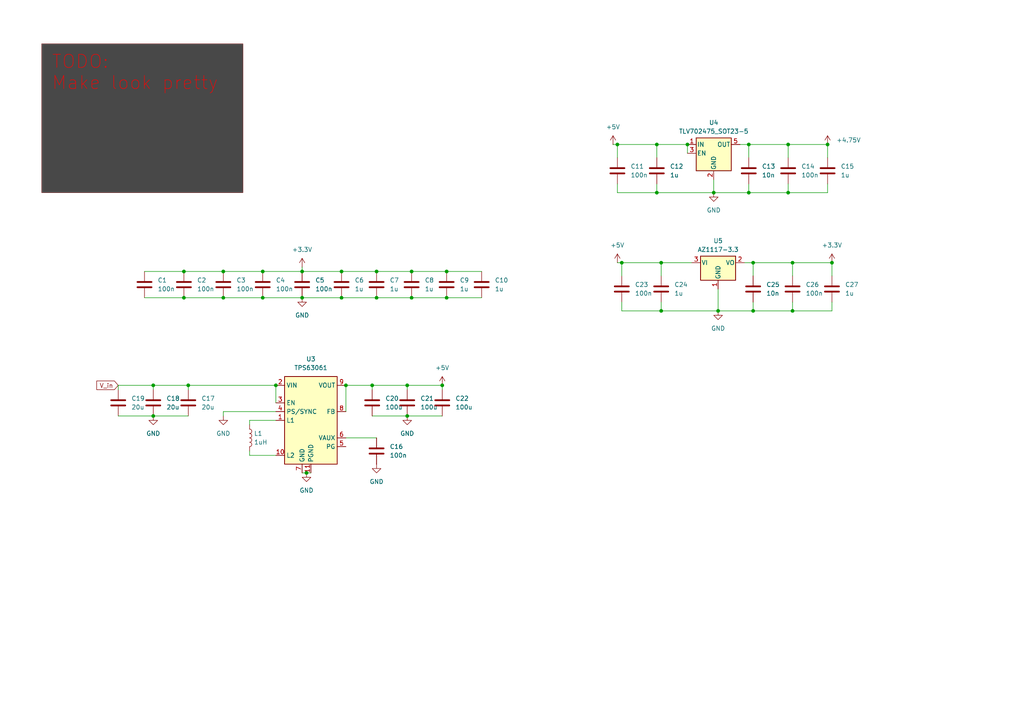
<source format=kicad_sch>
(kicad_sch (version 20231120) (generator "eeschema") (generator_version "8.0")
  (paper "A4")
  (lib_symbols
    (symbol "Device:C" (pin_numbers hide) (pin_names (offset 0.254))
      (property "Reference" "C" (at 0.635 2.54 0))
      (property "Value" "C" (at 0.635 -2.54 0))
      (symbol "C_0_1"
        (polyline (pts (xy -2.032 -0.762) (xy 2.032 -0.762)) (stroke (width 0.508)))
        (polyline (pts (xy -2.032 0.762) (xy 2.032 0.762)) (stroke (width 0.508)))
      )
      (symbol "C_1_1"
        (pin passive line (at 0 3.81 270) (length 2.794) (name "~") (number "1"))
        (pin passive line (at 0 -3.81 90) (length 2.794) (name "~") (number "2"))
      )
    )
    (symbol "Device:L" (pin_numbers hide) (pin_names (offset 1.016) hide)
      (property "Reference" "L" (at -1.27 0 90))
      (property "Value" "L" (at 1.905 0 90))
      (symbol "L_0_1"
        (arc (start 0 -2.54) (mid 0.6323 -1.905) (end 0 -1.27))
        (arc (start 0 -1.27) (mid 0.6323 -0.635) (end 0 0))
        (arc (start 0 0) (mid 0.6323 0.635) (end 0 1.27))
        (arc (start 0 1.27) (mid 0.6323 1.905) (end 0 2.54))
      )
      (symbol "L_1_1"
        (pin passive line (at 0 3.81 270) (length 1.27) (name "1") (number "1"))
        (pin passive line (at 0 -3.81 90) (length 1.27) (name "2") (number "2"))
      )
    )
    (symbol "Regulator_Linear:AZ1117-3.3" (pin_names (offset 0.254))
      (property "Reference" "U" (at -3.81 3.175 0))
      (property "Value" "AZ1117-3.3" (at 0 3.175 0))
      (symbol "AZ1117-3.3_0_1"
        (rectangle (start -5.08 1.905) (end 5.08 -5.08) (stroke (width 0.254)) (fill (type background)))
      )
      (symbol "AZ1117-3.3_1_1"
        (pin power_in line (at 0 -7.62 90) (length 2.54) (name "GND") (number "1"))
        (pin power_out line (at 7.62 0 180) (length 2.54) (name "VO") (number "2"))
        (pin power_in line (at -7.62 0 0) (length 2.54) (name "VI") (number "3"))
      )
    )
    (symbol "Regulator_Linear:TLV702475_SOT23-5" (pin_names (offset 0.254))
      (property "Reference" "U" (at -3.81 5.715 0))
      (property "Value" "TLV702475_SOT23-5" (at 0 5.715 0))
      (symbol "TLV702475_SOT23-5_0_1"
        (rectangle (start -5.08 4.445) (end 5.08 -5.08) (stroke (width 0.254)) (fill (type background)))
      )
      (symbol "TLV702475_SOT23-5_1_1"
        (pin power_in line (at -7.62 2.54 0) (length 2.54) (name "IN") (number "1"))
        (pin power_in line (at 0 -7.62 90) (length 2.54) (name "GND") (number "2"))
        (pin input line (at -7.62 0 0) (length 2.54) (name "EN") (number "3"))
        (pin no_connect line (at 5.08 0 180) (length 2.54) hide (name "NC") (number "4"))
        (pin power_out line (at 7.62 2.54 180) (length 2.54) (name "OUT") (number "5"))
      )
    )
    (symbol "Regulator_Switching:TPS63061"
      (property "Reference" "U" (at -7.62 13.97 0))
      (property "Value" "TPS63061" (at 2.54 13.97 0))
      (symbol "TPS63061_0_1"
        (rectangle (start -7.62 12.7) (end 7.62 -12.7) (stroke (width 0.254)) (fill (type background)))
      )
      (symbol "TPS63061_1_1"
        (pin input line (at -10.16 0 0) (length 2.54) (name "L1") (number "1"))
        (pin input line (at -10.16 -10.16 0) (length 2.54) (name "L2") (number "10"))
        (pin power_in line (at 0 -15.24 90) (length 2.54) (name "PGND") (number "11"))
        (pin power_in line (at -10.16 10.16 0) (length 2.54) (name "VIN") (number "2"))
        (pin input line (at -10.16 5.08 0) (length 2.54) (name "EN") (number "3"))
        (pin input line (at -10.16 2.54 0) (length 2.54) (name "PS/SYNC") (number "4"))
        (pin output line (at 10.16 -7.62 180) (length 2.54) (name "PG") (number "5"))
        (pin passive line (at 10.16 -5.08 180) (length 2.54) (name "VAUX") (number "6"))
        (pin power_in line (at -2.54 -15.24 90) (length 2.54) (name "GND") (number "7"))
        (pin input line (at 10.16 2.54 180) (length 2.54) (name "FB") (number "8"))
        (pin power_out line (at 10.16 10.16 180) (length 2.54) (name "VOUT") (number "9"))
      )
    )
    (symbol "power:+3.3V" (power) (pin_numbers hide) (pin_names (offset 0) hide)
      (property "Value" "+3.3V" (at 0 3.556 0))
      (symbol "+3.3V_0_1"
        (polyline (pts (xy -0.762 1.27) (xy 0 2.54)))
        (polyline (pts (xy 0 0) (xy 0 2.54)))
        (polyline (pts (xy 0 2.54) (xy 0.762 1.27)))
      )
      (symbol "+3.3V_1_1"
        (pin power_in line (at 0 0 90) (length 0) (name "~") (number "1"))
      )
    )
    (symbol "power:+5V" (power) (pin_numbers hide) (pin_names (offset 0) hide)
      (property "Value" "+5V" (at 0 3.556 0))
      (symbol "+5V_0_1"
        (polyline (pts (xy -0.762 1.27) (xy 0 2.54)))
        (polyline (pts (xy 0 0) (xy 0 2.54)))
        (polyline (pts (xy 0 2.54) (xy 0.762 1.27)))
      )
      (symbol "+5V_1_1"
        (pin power_in line (at 0 0 90) (length 0) (name "~") (number "1"))
      )
    )
    (symbol "power:GND" (power) (pin_numbers hide) (pin_names (offset 0) hide)
      (property "Value" "GND" (at 0 -3.81 0))
      (symbol "GND_0_1"
        (polyline (pts (xy 0 0) (xy 0 -1.27) (xy 1.27 -1.27) (xy 0 -2.54) (xy -1.27 -1.27) (xy 0 -1.27)))
      )
      (symbol "GND_1_1"
        (pin power_in line (at 0 0 270) (length 0) (name "~") (number "1"))
      )
    )
  )
  (junction (at 240.03 41.91))
  (junction (at 118.11 111.76))
  (junction (at 218.44 76.2))
  (junction (at 229.87 76.2))
  (junction (at 180.34 76.2))
  (junction (at 64.77 78.74))
  (junction (at 129.54 86.36))
  (junction (at 99.06 86.36))
  (junction (at 54.61 111.76))
  (junction (at 109.22 78.74))
  (junction (at 107.95 111.76))
  (junction (at 179.07 41.91))
  (junction (at 44.45 111.76))
  (junction (at 53.34 86.36))
  (junction (at 128.27 111.76))
  (junction (at 190.5 41.91))
  (junction (at 80.01 111.76))
  (junction (at 129.54 78.74))
  (junction (at 76.2 78.74))
  (junction (at 53.34 78.74))
  (junction (at 207.01 55.88))
  (junction (at 228.6 41.91))
  (junction (at 87.63 78.74))
  (junction (at 87.63 86.36))
  (junction (at 119.38 86.36))
  (junction (at 191.77 76.2))
  (junction (at 190.5 55.88))
  (junction (at 229.87 90.17))
  (junction (at 109.22 86.36))
  (junction (at 64.77 86.36))
  (junction (at 191.77 90.17))
  (junction (at 228.6 55.88))
  (junction (at 199.39 41.91))
  (junction (at 217.17 55.88))
  (junction (at 99.06 78.74))
  (junction (at 208.28 90.17))
  (junction (at 76.2 86.36))
  (junction (at 88.9 137.16))
  (junction (at 100.33 111.76))
  (junction (at 118.11 120.65))
  (junction (at 218.44 90.17))
  (junction (at 241.3 76.2))
  (junction (at 217.17 41.91))
  (junction (at 44.45 120.65))
  (junction (at 119.38 78.74))
  (wire (pts (xy 100.33 111.76) (xy 100.33 119.38)))
  (wire (pts (xy 229.87 76.2) (xy 229.87 80.01)))
  (wire (pts (xy 109.22 86.36) (xy 119.38 86.36)))
  (wire (pts (xy 99.06 86.36) (xy 109.22 86.36)))
  (wire (pts (xy 118.11 111.76) (xy 128.27 111.76)))
  (wire (pts (xy 180.34 76.2) (xy 180.34 80.01)))
  (wire (pts (xy 241.3 90.17) (xy 229.87 90.17)))
  (wire (pts (xy 118.11 113.03) (xy 118.11 111.76)))
  (wire (pts (xy 240.03 45.72) (xy 240.03 41.91)))
  (wire (pts (xy 44.45 120.65) (xy 54.61 120.65)))
  (wire (pts (xy 240.03 55.88) (xy 240.03 53.34)))
  (wire (pts (xy 72.39 130.81) (xy 72.39 132.08)))
  (wire (pts (xy 107.95 120.65) (xy 118.11 120.65)))
  (wire (pts (xy 179.07 41.91) (xy 179.07 45.72)))
  (wire (pts (xy 177.8 41.91) (xy 179.07 41.91)))
  (wire (pts (xy 214.63 41.91) (xy 217.17 41.91)))
  (wire (pts (xy 64.77 119.38) (xy 80.01 119.38)))
  (wire (pts (xy 217.17 55.88) (xy 228.6 55.88)))
  (wire (pts (xy 72.39 121.92) (xy 72.39 123.19)))
  (wire (pts (xy 218.44 76.2) (xy 229.87 76.2)))
  (wire (pts (xy 53.34 86.36) (xy 64.77 86.36)))
  (wire (pts (xy 217.17 53.34) (xy 217.17 55.88)))
  (wire (pts (xy 34.29 111.76) (xy 34.29 113.03)))
  (wire (pts (xy 215.9 76.2) (xy 218.44 76.2)))
  (wire (pts (xy 229.87 90.17) (xy 229.87 87.63)))
  (wire (pts (xy 191.77 76.2) (xy 200.66 76.2)))
  (wire (pts (xy 199.39 41.91) (xy 199.39 44.45)))
  (wire (pts (xy 180.34 90.17) (xy 191.77 90.17)))
  (wire (pts (xy 191.77 90.17) (xy 208.28 90.17)))
  (wire (pts (xy 129.54 78.74) (xy 139.7 78.74)))
  (wire (pts (xy 87.63 86.36) (xy 99.06 86.36)))
  (wire (pts (xy 107.95 111.76) (xy 107.95 113.03)))
  (wire (pts (xy 241.3 76.2) (xy 229.87 76.2)))
  (wire (pts (xy 119.38 78.74) (xy 129.54 78.74)))
  (wire (pts (xy 80.01 111.76) (xy 80.01 116.84)))
  (wire (pts (xy 119.38 86.36) (xy 129.54 86.36)))
  (wire (pts (xy 64.77 120.65) (xy 64.77 119.38)))
  (wire (pts (xy 218.44 76.2) (xy 218.44 80.01)))
  (wire (pts (xy 191.77 76.2) (xy 191.77 80.01)))
  (wire (pts (xy 64.77 78.74) (xy 53.34 78.74)))
  (wire (pts (xy 179.07 76.2) (xy 180.34 76.2)))
  (wire (pts (xy 217.17 41.91) (xy 228.6 41.91)))
  (wire (pts (xy 228.6 55.88) (xy 228.6 53.34)))
  (wire (pts (xy 217.17 41.91) (xy 217.17 45.72)))
  (wire (pts (xy 180.34 90.17) (xy 180.34 87.63)))
  (wire (pts (xy 99.06 78.74) (xy 109.22 78.74)))
  (wire (pts (xy 190.5 55.88) (xy 190.5 53.34)))
  (wire (pts (xy 87.63 78.74) (xy 99.06 78.74)))
  (wire (pts (xy 190.5 55.88) (xy 207.01 55.88)))
  (wire (pts (xy 241.3 80.01) (xy 241.3 76.2)))
  (wire (pts (xy 87.63 78.74) (xy 76.2 78.74)))
  (wire (pts (xy 240.03 55.88) (xy 228.6 55.88)))
  (wire (pts (xy 53.34 78.74) (xy 41.91 78.74)))
  (wire (pts (xy 100.33 127) (xy 109.22 127)))
  (wire (pts (xy 44.45 111.76) (xy 54.61 111.76)))
  (wire (pts (xy 207.01 55.88) (xy 217.17 55.88)))
  (wire (pts (xy 87.63 77.47) (xy 87.63 78.74)))
  (wire (pts (xy 207.01 52.07) (xy 207.01 55.88)))
  (wire (pts (xy 72.39 132.08) (xy 80.01 132.08)))
  (wire (pts (xy 208.28 83.82) (xy 208.28 90.17)))
  (wire (pts (xy 180.34 76.2) (xy 191.77 76.2)))
  (wire (pts (xy 76.2 86.36) (xy 87.63 86.36)))
  (wire (pts (xy 41.91 86.36) (xy 53.34 86.36)))
  (wire (pts (xy 100.33 111.76) (xy 107.95 111.76)))
  (wire (pts (xy 179.07 55.88) (xy 179.07 53.34)))
  (wire (pts (xy 240.03 41.91) (xy 228.6 41.91)))
  (wire (pts (xy 64.77 78.74) (xy 76.2 78.74)))
  (wire (pts (xy 88.9 137.16) (xy 90.17 137.16)))
  (wire (pts (xy 54.61 111.76) (xy 80.01 111.76)))
  (wire (pts (xy 218.44 87.63) (xy 218.44 90.17)))
  (wire (pts (xy 228.6 41.91) (xy 228.6 45.72)))
  (wire (pts (xy 208.28 90.17) (xy 218.44 90.17)))
  (wire (pts (xy 80.01 121.92) (xy 72.39 121.92)))
  (wire (pts (xy 64.77 86.36) (xy 76.2 86.36)))
  (wire (pts (xy 34.29 120.65) (xy 44.45 120.65)))
  (wire (pts (xy 87.63 137.16) (xy 88.9 137.16)))
  (wire (pts (xy 107.95 111.76) (xy 118.11 111.76)))
  (wire (pts (xy 129.54 86.36) (xy 139.7 86.36)))
  (wire (pts (xy 241.3 90.17) (xy 241.3 87.63)))
  (wire (pts (xy 179.07 55.88) (xy 190.5 55.88)))
  (wire (pts (xy 109.22 78.74) (xy 119.38 78.74)))
  (wire (pts (xy 218.44 90.17) (xy 229.87 90.17)))
  (wire (pts (xy 118.11 120.65) (xy 128.27 120.65)))
  (wire (pts (xy 54.61 113.03) (xy 54.61 111.76)))
  (wire (pts (xy 190.5 41.91) (xy 199.39 41.91)))
  (wire (pts (xy 190.5 41.91) (xy 190.5 45.72)))
  (wire (pts (xy 179.07 41.91) (xy 190.5 41.91)))
  (wire (pts (xy 128.27 113.03) (xy 128.27 111.76)))
  (wire (pts (xy 34.29 111.76) (xy 44.45 111.76)))
  (wire (pts (xy 191.77 90.17) (xy 191.77 87.63)))
  (wire (pts (xy 44.45 113.03) (xy 44.45 111.76)))
  (text_box "TODO:\nMake look pretty\n" (at 12.065 12.7 0) (size 58.42 43.18) (stroke (width 0.0254) (color 132 0 0 1)) (fill (type color) (color 72 72 72 1)) (effects (font (size 3.81 3.81)) (justify left top)))
  (global_label "V_in" (shape input) (at 34.29 111.76 180) (property "Intersheetrefs" "${INTERSHEET_REFS}" (effects (hide yes))))
  (symbol (lib_id "Device:C") (at 179.07 49.53 0) (unit 1)
    (property "Reference" "C11" (at 182.88 48.2599 0) (effects (justify left)))
    (property "Value" "100n" (at 182.88 50.7999 0) (effects (justify left)))
    (property "Footprint" "Capacitor_SMD:C_0201_0603Metric_Pad0.64x0.40mm_HandSolder" (effects (hide yes)))
    (property "Description" "Unpolarized capacitor" (effects (hide yes)))
  )
  (symbol (lib_id "Device:C") (at 109.22 82.55 0) (unit 1)
    (property "Reference" "C7" (at 113.03 81.2799 0) (effects (justify left)))
    (property "Value" "1u" (at 113.03 83.8199 0) (effects (justify left)))
    (property "Footprint" "Capacitor_SMD:C_0201_0603Metric_Pad0.64x0.40mm_HandSolder" (effects (hide yes)))
    (property "Description" "Unpolarized capacitor" (effects (hide yes)))
  )
  (symbol (lib_id "Device:C") (at 87.63 82.55 0) (unit 1)
    (property "Reference" "C5" (at 91.44 81.2799 0) (effects (justify left)))
    (property "Value" "100n" (at 91.44 83.8199 0) (effects (justify left)))
    (property "Footprint" "Capacitor_SMD:C_0201_0603Metric_Pad0.64x0.40mm_HandSolder" (effects (hide yes)))
    (property "Description" "Unpolarized capacitor" (effects (hide yes)))
  )
  (symbol (lib_id "Device:C") (at 180.34 83.82 0) (unit 1)
    (property "Reference" "C23" (at 184.15 82.5499 0) (effects (justify left)))
    (property "Value" "100n" (at 184.15 85.0899 0) (effects (justify left)))
    (property "Footprint" "Capacitor_SMD:C_0201_0603Metric_Pad0.64x0.40mm_HandSolder" (effects (hide yes)))
    (property "Description" "Unpolarized capacitor" (effects (hide yes)))
  )
  (symbol (lib_id "Device:C") (at 119.38 82.55 0) (unit 1)
    (property "Reference" "C8" (at 123.19 81.2799 0) (effects (justify left)))
    (property "Value" "1u" (at 123.19 83.8199 0) (effects (justify left)))
    (property "Footprint" "Capacitor_SMD:C_0201_0603Metric_Pad0.64x0.40mm_HandSolder" (effects (hide yes)))
    (property "Description" "Unpolarized capacitor" (effects (hide yes)))
  )
  (symbol (lib_id "Device:C") (at 118.11 116.84 0) (unit 1)
    (property "Reference" "C21" (at 121.92 115.5699 0) (effects (justify left)))
    (property "Value" "100u" (at 121.92 118.1099 0) (effects (justify left)))
    (property "Footprint" "Capacitor_SMD:C_0201_0603Metric_Pad0.64x0.40mm_HandSolder" (effects (hide yes)))
    (property "Description" "Unpolarized capacitor" (effects (hide yes)))
  )
  (symbol (lib_id "power:+5V") (at 179.07 76.2 0) (unit 1)
    (property "Reference" "#PWR017" (effects (hide yes)))
    (property "Value" "+5V" (at 179.07 71.12 0))
    (property "Description" "Power symbol creates a global label with name \"+5V\"" (effects (hide yes)))
  )
  (symbol (lib_id "power:+5V") (at 128.27 111.76 0) (unit 1)
    (property "Reference" "#PWR015" (effects (hide yes)))
    (property "Value" "+5V" (at 128.27 106.68 0))
    (property "Description" "Power symbol creates a global label with name \"+5V\"" (effects (hide yes)))
  )
  (symbol (lib_id "power:GND") (at 118.11 120.65 0) (unit 1)
    (property "Reference" "#PWR014" (effects (hide yes)))
    (property "Value" "GND" (at 118.11 125.73 0))
    (property "Description" "Power symbol creates a global label with name \"GND\" , ground" (effects (hide yes)))
  )
  (symbol (lib_id "Device:C") (at 44.45 116.84 0) (unit 1)
    (property "Reference" "C18" (at 48.26 115.5699 0) (effects (justify left)))
    (property "Value" "20u" (at 48.26 118.1099 0) (effects (justify left)))
    (property "Footprint" "Capacitor_SMD:C_0201_0603Metric_Pad0.64x0.40mm_HandSolder" (effects (hide yes)))
    (property "Description" "Unpolarized capacitor" (effects (hide yes)))
  )
  (symbol (lib_id "Device:C") (at 128.27 116.84 0) (unit 1)
    (property "Reference" "C22" (at 132.08 115.5699 0) (effects (justify left)))
    (property "Value" "100u" (at 132.08 118.1099 0) (effects (justify left)))
    (property "Footprint" "Capacitor_SMD:C_0201_0603Metric_Pad0.64x0.40mm_HandSolder" (effects (hide yes)))
    (property "Description" "Unpolarized capacitor" (effects (hide yes)))
  )
  (symbol (lib_id "Device:C") (at 107.95 116.84 0) (unit 1)
    (property "Reference" "C20" (at 111.76 115.5699 0) (effects (justify left)))
    (property "Value" "100u" (at 111.76 118.1099 0) (effects (justify left)))
    (property "Footprint" "Capacitor_SMD:C_0201_0603Metric_Pad0.64x0.40mm_HandSolder" (effects (hide yes)))
    (property "Description" "Unpolarized capacitor" (effects (hide yes)))
  )
  (symbol (lib_id "Device:C") (at 64.77 82.55 0) (unit 1)
    (property "Reference" "C3" (at 68.58 81.2799 0) (effects (justify left)))
    (property "Value" "100n" (at 68.58 83.8199 0) (effects (justify left)))
    (property "Footprint" "Capacitor_SMD:C_0201_0603Metric_Pad0.64x0.40mm_HandSolder" (effects (hide yes)))
    (property "Description" "Unpolarized capacitor" (effects (hide yes)))
  )
  (symbol (lib_id "power:+3.3V") (at 240.03 41.91 0) (unit 1)
    (property "Reference" "#PWR09" (effects (hide yes)))
    (property "Value" "+4.75V" (at 242.57 40.6399 0) (effects (justify left)))
    (property "Description" "Power symbol creates a global label with name \"+3.3V\"" (effects (hide yes)))
  )
  (symbol (lib_id "power:+3.3V") (at 241.3 76.2 0) (unit 1)
    (property "Reference" "#PWR019" (effects (hide yes)))
    (property "Value" "+3.3V" (at 241.3 71.12 0))
    (property "Description" "Power symbol creates a global label with name \"+3.3V\"" (effects (hide yes)))
  )
  (symbol (lib_id "Device:C") (at 109.22 130.81 0) (unit 1)
    (property "Reference" "C16" (at 113.03 129.5399 0) (effects (justify left)))
    (property "Value" "100n" (at 113.03 132.0799 0) (effects (justify left)))
    (property "Footprint" "Capacitor_SMD:C_0201_0603Metric_Pad0.64x0.40mm_HandSolder" (effects (hide yes)))
    (property "Description" "Unpolarized capacitor" (effects (hide yes)))
  )
  (symbol (lib_id "power:GND") (at 44.45 120.65 0) (unit 1)
    (property "Reference" "#PWR011" (effects (hide yes)))
    (property "Value" "GND" (at 44.45 125.73 0))
    (property "Description" "Power symbol creates a global label with name \"GND\" , ground" (effects (hide yes)))
  )
  (symbol (lib_id "power:GND") (at 88.9 137.16 0) (unit 1)
    (property "Reference" "#PWR010" (effects (hide yes)))
    (property "Value" "GND" (at 88.9 142.24 0))
    (property "Description" "Power symbol creates a global label with name \"GND\" , ground" (effects (hide yes)))
  )
  (symbol (lib_id "Device:C") (at 229.87 83.82 0) (unit 1)
    (property "Reference" "C26" (at 233.68 82.5499 0) (effects (justify left)))
    (property "Value" "100n" (at 233.68 85.0899 0) (effects (justify left)))
    (property "Footprint" "Capacitor_SMD:C_0201_0603Metric_Pad0.64x0.40mm_HandSolder" (effects (hide yes)))
    (property "Description" "Unpolarized capacitor" (effects (hide yes)))
  )
  (symbol (lib_id "power:GND") (at 207.01 55.88 0) (unit 1)
    (property "Reference" "#PWR08" (effects (hide yes)))
    (property "Value" "GND" (at 207.01 60.96 0))
    (property "Description" "Power symbol creates a global label with name \"GND\" , ground" (effects (hide yes)))
  )
  (symbol (lib_id "Device:C") (at 217.17 49.53 0) (unit 1)
    (property "Reference" "C13" (at 220.98 48.2599 0) (effects (justify left)))
    (property "Value" "10n" (at 220.98 50.7999 0) (effects (justify left)))
    (property "Footprint" "Capacitor_SMD:C_0201_0603Metric_Pad0.64x0.40mm_HandSolder" (effects (hide yes)))
    (property "Description" "Unpolarized capacitor" (effects (hide yes)))
  )
  (symbol (lib_id "Device:C") (at 34.29 116.84 0) (unit 1)
    (property "Reference" "C19" (at 38.1 115.5699 0) (effects (justify left)))
    (property "Value" "20u" (at 38.1 118.1099 0) (effects (justify left)))
    (property "Footprint" "Capacitor_SMD:C_0201_0603Metric_Pad0.64x0.40mm_HandSolder" (effects (hide yes)))
    (property "Description" "Unpolarized capacitor" (effects (hide yes)))
  )
  (symbol (lib_id "power:GND") (at 208.28 90.17 0) (unit 1)
    (property "Reference" "#PWR018" (effects (hide yes)))
    (property "Value" "GND" (at 208.28 95.25 0))
    (property "Description" "Power symbol creates a global label with name \"GND\" , ground" (effects (hide yes)))
  )
  (symbol (lib_id "Device:C") (at 241.3 83.82 0) (unit 1)
    (property "Reference" "C27" (at 245.11 82.5499 0) (effects (justify left)))
    (property "Value" "1u" (at 245.11 85.0899 0) (effects (justify left)))
    (property "Footprint" "Capacitor_SMD:C_0201_0603Metric_Pad0.64x0.40mm_HandSolder" (effects (hide yes)))
    (property "Description" "Unpolarized capacitor" (effects (hide yes)))
  )
  (symbol (lib_id "Device:C") (at 76.2 82.55 0) (unit 1)
    (property "Reference" "C4" (at 80.01 81.2799 0) (effects (justify left)))
    (property "Value" "100n" (at 80.01 83.8199 0) (effects (justify left)))
    (property "Footprint" "Capacitor_SMD:C_0201_0603Metric_Pad0.64x0.40mm_HandSolder" (effects (hide yes)))
    (property "Description" "Unpolarized capacitor" (effects (hide yes)))
  )
  (symbol (lib_id "power:GND") (at 109.22 134.62 0) (unit 1)
    (property "Reference" "#PWR013" (effects (hide yes)))
    (property "Value" "GND" (at 109.22 139.7 0))
    (property "Description" "Power symbol creates a global label with name \"GND\" , ground" (effects (hide yes)))
  )
  (symbol (lib_id "Device:C") (at 129.54 82.55 0) (unit 1)
    (property "Reference" "C9" (at 133.35 81.2799 0) (effects (justify left)))
    (property "Value" "1u" (at 133.35 83.8199 0) (effects (justify left)))
    (property "Footprint" "Capacitor_SMD:C_0201_0603Metric_Pad0.64x0.40mm_HandSolder" (effects (hide yes)))
    (property "Description" "Unpolarized capacitor" (effects (hide yes)))
  )
  (symbol (lib_id "Device:C") (at 240.03 49.53 0) (unit 1)
    (property "Reference" "C15" (at 243.84 48.2599 0) (effects (justify left)))
    (property "Value" "1u" (at 243.84 50.7999 0) (effects (justify left)))
    (property "Footprint" "Capacitor_SMD:C_0201_0603Metric_Pad0.64x0.40mm_HandSolder" (effects (hide yes)))
    (property "Description" "Unpolarized capacitor" (effects (hide yes)))
  )
  (symbol (lib_id "power:+3.3V") (at 87.63 77.47 0) (unit 1)
    (property "Reference" "#PWR03" (effects (hide yes)))
    (property "Value" "+3.3V" (at 87.63 72.39 0))
    (property "Description" "Power symbol creates a global label with name \"+3.3V\"" (effects (hide yes)))
  )
  (symbol (lib_id "Device:C") (at 139.7 82.55 0) (unit 1)
    (property "Reference" "C10" (at 143.51 81.2799 0) (effects (justify left)))
    (property "Value" "1u" (at 143.51 83.8199 0) (effects (justify left)))
    (property "Footprint" "Capacitor_SMD:C_0201_0603Metric_Pad0.64x0.40mm_HandSolder" (effects (hide yes)))
    (property "Description" "Unpolarized capacitor" (effects (hide yes)))
  )
  (symbol (lib_id "power:+5V") (at 177.8 41.91 0) (unit 1)
    (property "Reference" "#PWR016" (effects (hide yes)))
    (property "Value" "+5V" (at 177.8 36.83 0))
    (property "Description" "Power symbol creates a global label with name \"+5V\"" (effects (hide yes)))
  )
  (symbol (lib_id "Device:L") (at 72.39 127 0) (unit 1)
    (property "Reference" "L1" (at 73.66 125.7299 0) (effects (justify left)))
    (property "Value" "1uH" (at 73.66 128.2699 0) (effects (justify left)))
    (property "Footprint" "Crystal:Crystal_SMD_0603-2Pin_6.0x3.5mm_HandSoldering" (effects (hide yes)))
    (property "Description" "Inductor" (effects (hide yes)))
  )
  (symbol (lib_id "Regulator_Linear:AZ1117-3.3") (at 208.28 76.2 0) (unit 1)
    (property "Reference" "U5" (at 208.28 69.85 0))
    (property "Value" "AZ1117-3.3" (at 208.28 72.39 0))
    (property "Footprint" "Package_TO_SOT_SMD:SOT-223-3_TabPin2" (effects (hide yes)))
    (property "Datasheet" "https://www.diodes.com/assets/Datasheets/AZ1117.pdf" (effects (hide yes)))
    (property "Description" "1A 20V Fixed LDO Linear Regulator, 3.3V, SOT-89/SOT-223/TO-220/TO-252/TO-263" (effects (hide yes)))
  )
  (symbol (lib_id "Device:C") (at 41.91 82.55 0) (unit 1)
    (property "Reference" "C1" (at 45.72 81.2799 0) (effects (justify left)))
    (property "Value" "100n" (at 45.72 83.8199 0) (effects (justify left)))
    (property "Footprint" "Capacitor_SMD:C_0201_0603Metric_Pad0.64x0.40mm_HandSolder" (effects (hide yes)))
    (property "Description" "Unpolarized capacitor" (effects (hide yes)))
  )
  (symbol (lib_id "power:GND") (at 64.77 120.65 0) (unit 1)
    (property "Reference" "#PWR012" (effects (hide yes)))
    (property "Value" "GND" (at 64.77 125.73 0))
    (property "Description" "Power symbol creates a global label with name \"GND\" , ground" (effects (hide yes)))
  )
  (symbol (lib_id "Regulator_Linear:TLV702475_SOT23-5") (at 207.01 44.45 0) (unit 1)
    (property "Reference" "U4" (at 207.01 35.56 0))
    (property "Value" "TLV702475_SOT23-5" (at 207.01 38.1 0))
    (property "Footprint" "Package_TO_SOT_SMD:SOT-23-5" (effects (hide yes)))
    (property "Datasheet" "http://www.ti.com/lit/ds/symlink/tlv702.pdf" (effects (hide yes)))
    (property "Description" "300mA Low Dropout Voltage Regulator, Fixed Output 4.75V, SOT-23-5" (effects (hide yes)))
  )
  (symbol (lib_id "power:GND") (at 87.63 86.36 0) (unit 1)
    (property "Reference" "#PWR04" (effects (hide yes)))
    (property "Value" "GND" (at 87.63 91.44 0))
    (property "Description" "Power symbol creates a global label with name \"GND\" , ground" (effects (hide yes)))
  )
  (symbol (lib_id "Device:C") (at 191.77 83.82 0) (unit 1)
    (property "Reference" "C24" (at 195.58 82.5499 0) (effects (justify left)))
    (property "Value" "1u" (at 195.58 85.0899 0) (effects (justify left)))
    (property "Footprint" "Capacitor_SMD:C_0201_0603Metric_Pad0.64x0.40mm_HandSolder" (effects (hide yes)))
    (property "Description" "Unpolarized capacitor" (effects (hide yes)))
  )
  (symbol (lib_id "Device:C") (at 54.61 116.84 0) (unit 1)
    (property "Reference" "C17" (at 58.42 115.5699 0) (effects (justify left)))
    (property "Value" "20u" (at 58.42 118.1099 0) (effects (justify left)))
    (property "Footprint" "Capacitor_SMD:C_0201_0603Metric_Pad0.64x0.40mm_HandSolder" (effects (hide yes)))
    (property "Description" "Unpolarized capacitor" (effects (hide yes)))
  )
  (symbol (lib_id "Device:C") (at 53.34 82.55 0) (unit 1)
    (property "Reference" "C2" (at 57.15 81.2799 0) (effects (justify left)))
    (property "Value" "100n" (at 57.15 83.8199 0) (effects (justify left)))
    (property "Footprint" "Capacitor_SMD:C_0201_0603Metric_Pad0.64x0.40mm_HandSolder" (effects (hide yes)))
    (property "Description" "Unpolarized capacitor" (effects (hide yes)))
  )
  (symbol (lib_id "Device:C") (at 218.44 83.82 0) (unit 1)
    (property "Reference" "C25" (at 222.25 82.5499 0) (effects (justify left)))
    (property "Value" "10n" (at 222.25 85.0899 0) (effects (justify left)))
    (property "Footprint" "Capacitor_SMD:C_0201_0603Metric_Pad0.64x0.40mm_HandSolder" (effects (hide yes)))
    (property "Description" "Unpolarized capacitor" (effects (hide yes)))
  )
  (symbol (lib_id "Device:C") (at 228.6 49.53 0) (unit 1)
    (property "Reference" "C14" (at 232.41 48.2599 0) (effects (justify left)))
    (property "Value" "100n" (at 232.41 50.7999 0) (effects (justify left)))
    (property "Footprint" "Capacitor_SMD:C_0201_0603Metric_Pad0.64x0.40mm_HandSolder" (effects (hide yes)))
    (property "Description" "Unpolarized capacitor" (effects (hide yes)))
  )
  (symbol (lib_id "Device:C") (at 190.5 49.53 0) (unit 1)
    (property "Reference" "C12" (at 194.31 48.2599 0) (effects (justify left)))
    (property "Value" "1u" (at 194.31 50.7999 0) (effects (justify left)))
    (property "Footprint" "Capacitor_SMD:C_0201_0603Metric_Pad0.64x0.40mm_HandSolder" (effects (hide yes)))
    (property "Description" "Unpolarized capacitor" (effects (hide yes)))
  )
  (symbol (lib_id "Device:C") (at 99.06 82.55 0) (unit 1)
    (property "Reference" "C6" (at 102.87 81.2799 0) (effects (justify left)))
    (property "Value" "1u" (at 102.87 83.8199 0) (effects (justify left)))
    (property "Footprint" "Capacitor_SMD:C_0201_0603Metric_Pad0.64x0.40mm_HandSolder" (effects (hide yes)))
    (property "Description" "Unpolarized capacitor" (effects (hide yes)))
  )
  (symbol (lib_id "Regulator_Switching:TPS63061") (at 90.17 121.92 0) (unit 1)
    (property "Reference" "U3" (at 90.17 104.14 0))
    (property "Value" "TPS63061" (at 90.17 106.68 0))
    (property "Footprint" "Package_SON:Texas_S-PWSON-N10_ThermalVias" (effects (hide yes)))
    (property "Datasheet" "http://www.ti.com/lit/ds/symlink/tps63060.pdf" (effects (hide yes)))
    (property "Description" "Buck-Boost Converter, 2.5-12V Input Voltage, 2-A Switch Current, Fixed 5V Output Voltage, S-PWSON-10" (effects (hide yes)))
  )
)
</source>
